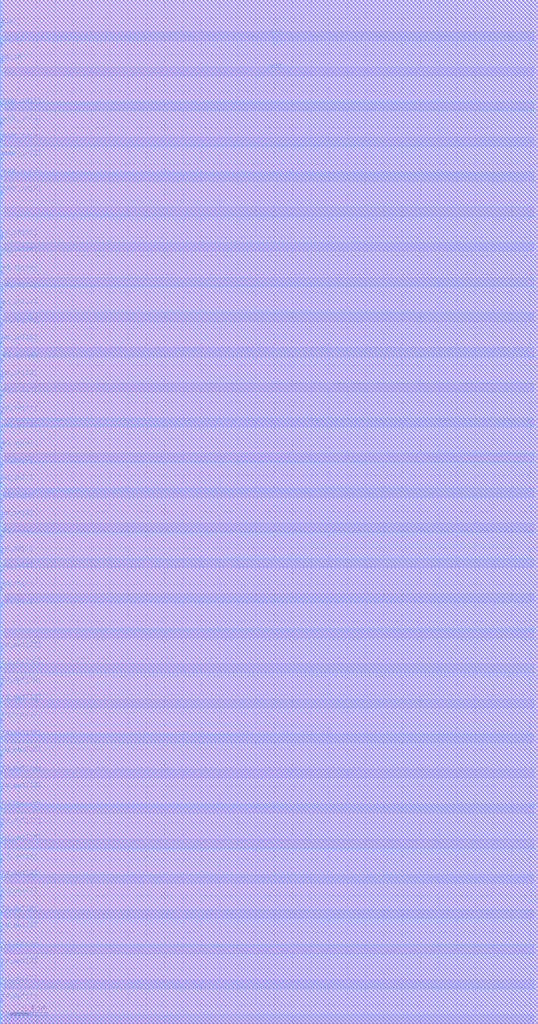
<source format=lef>
# Generated by FakeRAM 2.0
VERSION 5.7 ;
BUSBITCHARS "[]" ;
PROPERTYDEFINITIONS
  MACRO width INTEGER ;
  MACRO depth INTEGER ;
  MACRO banks INTEGER ;
END PROPERTYDEFINITIONS
MACRO fakeram_64x22_upper
  PROPERTY width 22 ;
  PROPERTY depth 64 ;
  PROPERTY banks 2 ;
  FOREIGN fakeram_64x22_upper 0 0 ;
  SYMMETRY X Y R90 ;
  SIZE 5.890 BY 11.200 ;
  CLASS BLOCK ;
  PIN rd_out[0]
    DIRECTION OUTPUT ;
    USE SIGNAL ;
    SHAPE ABUTMENT ;
    PORT
      LAYER M4_m ;
      RECT 0.000 0.048 0.024 0.072 ;
    END
  END rd_out[0]
  PIN rd_out[1]
    DIRECTION OUTPUT ;
    USE SIGNAL ;
    SHAPE ABUTMENT ;
    PORT
      LAYER M4_m ;
      RECT 0.000 0.240 0.024 0.264 ;
    END
  END rd_out[1]
  PIN rd_out[2]
    DIRECTION OUTPUT ;
    USE SIGNAL ;
    SHAPE ABUTMENT ;
    PORT
      LAYER M4_m ;
      RECT 0.000 0.432 0.024 0.456 ;
    END
  END rd_out[2]
  PIN rd_out[3]
    DIRECTION OUTPUT ;
    USE SIGNAL ;
    SHAPE ABUTMENT ;
    PORT
      LAYER M4_m ;
      RECT 0.000 0.624 0.024 0.648 ;
    END
  END rd_out[3]
  PIN rd_out[4]
    DIRECTION OUTPUT ;
    USE SIGNAL ;
    SHAPE ABUTMENT ;
    PORT
      LAYER M4_m ;
      RECT 0.000 0.816 0.024 0.840 ;
    END
  END rd_out[4]
  PIN rd_out[5]
    DIRECTION OUTPUT ;
    USE SIGNAL ;
    SHAPE ABUTMENT ;
    PORT
      LAYER M4_m ;
      RECT 0.000 1.008 0.024 1.032 ;
    END
  END rd_out[5]
  PIN rd_out[6]
    DIRECTION OUTPUT ;
    USE SIGNAL ;
    SHAPE ABUTMENT ;
    PORT
      LAYER M4_m ;
      RECT 0.000 1.200 0.024 1.224 ;
    END
  END rd_out[6]
  PIN rd_out[7]
    DIRECTION OUTPUT ;
    USE SIGNAL ;
    SHAPE ABUTMENT ;
    PORT
      LAYER M4_m ;
      RECT 0.000 1.392 0.024 1.416 ;
    END
  END rd_out[7]
  PIN rd_out[8]
    DIRECTION OUTPUT ;
    USE SIGNAL ;
    SHAPE ABUTMENT ;
    PORT
      LAYER M4_m ;
      RECT 0.000 1.584 0.024 1.608 ;
    END
  END rd_out[8]
  PIN rd_out[9]
    DIRECTION OUTPUT ;
    USE SIGNAL ;
    SHAPE ABUTMENT ;
    PORT
      LAYER M4_m ;
      RECT 0.000 1.776 0.024 1.800 ;
    END
  END rd_out[9]
  PIN rd_out[10]
    DIRECTION OUTPUT ;
    USE SIGNAL ;
    SHAPE ABUTMENT ;
    PORT
      LAYER M4_m ;
      RECT 0.000 1.968 0.024 1.992 ;
    END
  END rd_out[10]
  PIN rd_out[11]
    DIRECTION OUTPUT ;
    USE SIGNAL ;
    SHAPE ABUTMENT ;
    PORT
      LAYER M4_m ;
      RECT 0.000 2.160 0.024 2.184 ;
    END
  END rd_out[11]
  PIN rd_out[12]
    DIRECTION OUTPUT ;
    USE SIGNAL ;
    SHAPE ABUTMENT ;
    PORT
      LAYER M4_m ;
      RECT 0.000 2.352 0.024 2.376 ;
    END
  END rd_out[12]
  PIN rd_out[13]
    DIRECTION OUTPUT ;
    USE SIGNAL ;
    SHAPE ABUTMENT ;
    PORT
      LAYER M4_m ;
      RECT 0.000 2.544 0.024 2.568 ;
    END
  END rd_out[13]
  PIN rd_out[14]
    DIRECTION OUTPUT ;
    USE SIGNAL ;
    SHAPE ABUTMENT ;
    PORT
      LAYER M4_m ;
      RECT 0.000 2.736 0.024 2.760 ;
    END
  END rd_out[14]
  PIN rd_out[15]
    DIRECTION OUTPUT ;
    USE SIGNAL ;
    SHAPE ABUTMENT ;
    PORT
      LAYER M4_m ;
      RECT 0.000 2.928 0.024 2.952 ;
    END
  END rd_out[15]
  PIN rd_out[16]
    DIRECTION OUTPUT ;
    USE SIGNAL ;
    SHAPE ABUTMENT ;
    PORT
      LAYER M4_m ;
      RECT 0.000 3.120 0.024 3.144 ;
    END
  END rd_out[16]
  PIN rd_out[17]
    DIRECTION OUTPUT ;
    USE SIGNAL ;
    SHAPE ABUTMENT ;
    PORT
      LAYER M4_m ;
      RECT 0.000 3.312 0.024 3.336 ;
    END
  END rd_out[17]
  PIN rd_out[18]
    DIRECTION OUTPUT ;
    USE SIGNAL ;
    SHAPE ABUTMENT ;
    PORT
      LAYER M4_m ;
      RECT 0.000 3.504 0.024 3.528 ;
    END
  END rd_out[18]
  PIN rd_out[19]
    DIRECTION OUTPUT ;
    USE SIGNAL ;
    SHAPE ABUTMENT ;
    PORT
      LAYER M4_m ;
      RECT 0.000 3.696 0.024 3.720 ;
    END
  END rd_out[19]
  PIN rd_out[20]
    DIRECTION OUTPUT ;
    USE SIGNAL ;
    SHAPE ABUTMENT ;
    PORT
      LAYER M4_m ;
      RECT 0.000 3.888 0.024 3.912 ;
    END
  END rd_out[20]
  PIN rd_out[21]
    DIRECTION OUTPUT ;
    USE SIGNAL ;
    SHAPE ABUTMENT ;
    PORT
      LAYER M4_m ;
      RECT 0.000 4.080 0.024 4.104 ;
    END
  END rd_out[21]
  PIN wd_in[0]
    DIRECTION INPUT ;
    USE SIGNAL ;
    SHAPE ABUTMENT ;
    PORT
      LAYER M4_m ;
      RECT 0.000 4.560 0.024 4.584 ;
    END
  END wd_in[0]
  PIN wd_in[1]
    DIRECTION INPUT ;
    USE SIGNAL ;
    SHAPE ABUTMENT ;
    PORT
      LAYER M4_m ;
      RECT 0.000 4.752 0.024 4.776 ;
    END
  END wd_in[1]
  PIN wd_in[2]
    DIRECTION INPUT ;
    USE SIGNAL ;
    SHAPE ABUTMENT ;
    PORT
      LAYER M4_m ;
      RECT 0.000 4.944 0.024 4.968 ;
    END
  END wd_in[2]
  PIN wd_in[3]
    DIRECTION INPUT ;
    USE SIGNAL ;
    SHAPE ABUTMENT ;
    PORT
      LAYER M4_m ;
      RECT 0.000 5.136 0.024 5.160 ;
    END
  END wd_in[3]
  PIN wd_in[4]
    DIRECTION INPUT ;
    USE SIGNAL ;
    SHAPE ABUTMENT ;
    PORT
      LAYER M4_m ;
      RECT 0.000 5.328 0.024 5.352 ;
    END
  END wd_in[4]
  PIN wd_in[5]
    DIRECTION INPUT ;
    USE SIGNAL ;
    SHAPE ABUTMENT ;
    PORT
      LAYER M4_m ;
      RECT 0.000 5.520 0.024 5.544 ;
    END
  END wd_in[5]
  PIN wd_in[6]
    DIRECTION INPUT ;
    USE SIGNAL ;
    SHAPE ABUTMENT ;
    PORT
      LAYER M4_m ;
      RECT 0.000 5.712 0.024 5.736 ;
    END
  END wd_in[6]
  PIN wd_in[7]
    DIRECTION INPUT ;
    USE SIGNAL ;
    SHAPE ABUTMENT ;
    PORT
      LAYER M4_m ;
      RECT 0.000 5.904 0.024 5.928 ;
    END
  END wd_in[7]
  PIN wd_in[8]
    DIRECTION INPUT ;
    USE SIGNAL ;
    SHAPE ABUTMENT ;
    PORT
      LAYER M4_m ;
      RECT 0.000 6.096 0.024 6.120 ;
    END
  END wd_in[8]
  PIN wd_in[9]
    DIRECTION INPUT ;
    USE SIGNAL ;
    SHAPE ABUTMENT ;
    PORT
      LAYER M4_m ;
      RECT 0.000 6.288 0.024 6.312 ;
    END
  END wd_in[9]
  PIN wd_in[10]
    DIRECTION INPUT ;
    USE SIGNAL ;
    SHAPE ABUTMENT ;
    PORT
      LAYER M4_m ;
      RECT 0.000 6.480 0.024 6.504 ;
    END
  END wd_in[10]
  PIN wd_in[11]
    DIRECTION INPUT ;
    USE SIGNAL ;
    SHAPE ABUTMENT ;
    PORT
      LAYER M4_m ;
      RECT 0.000 6.672 0.024 6.696 ;
    END
  END wd_in[11]
  PIN wd_in[12]
    DIRECTION INPUT ;
    USE SIGNAL ;
    SHAPE ABUTMENT ;
    PORT
      LAYER M4_m ;
      RECT 0.000 6.864 0.024 6.888 ;
    END
  END wd_in[12]
  PIN wd_in[13]
    DIRECTION INPUT ;
    USE SIGNAL ;
    SHAPE ABUTMENT ;
    PORT
      LAYER M4_m ;
      RECT 0.000 7.056 0.024 7.080 ;
    END
  END wd_in[13]
  PIN wd_in[14]
    DIRECTION INPUT ;
    USE SIGNAL ;
    SHAPE ABUTMENT ;
    PORT
      LAYER M4_m ;
      RECT 0.000 7.248 0.024 7.272 ;
    END
  END wd_in[14]
  PIN wd_in[15]
    DIRECTION INPUT ;
    USE SIGNAL ;
    SHAPE ABUTMENT ;
    PORT
      LAYER M4_m ;
      RECT 0.000 7.440 0.024 7.464 ;
    END
  END wd_in[15]
  PIN wd_in[16]
    DIRECTION INPUT ;
    USE SIGNAL ;
    SHAPE ABUTMENT ;
    PORT
      LAYER M4_m ;
      RECT 0.000 7.632 0.024 7.656 ;
    END
  END wd_in[16]
  PIN wd_in[17]
    DIRECTION INPUT ;
    USE SIGNAL ;
    SHAPE ABUTMENT ;
    PORT
      LAYER M4_m ;
      RECT 0.000 7.824 0.024 7.848 ;
    END
  END wd_in[17]
  PIN wd_in[18]
    DIRECTION INPUT ;
    USE SIGNAL ;
    SHAPE ABUTMENT ;
    PORT
      LAYER M4_m ;
      RECT 0.000 8.016 0.024 8.040 ;
    END
  END wd_in[18]
  PIN wd_in[19]
    DIRECTION INPUT ;
    USE SIGNAL ;
    SHAPE ABUTMENT ;
    PORT
      LAYER M4_m ;
      RECT 0.000 8.208 0.024 8.232 ;
    END
  END wd_in[19]
  PIN wd_in[20]
    DIRECTION INPUT ;
    USE SIGNAL ;
    SHAPE ABUTMENT ;
    PORT
      LAYER M4_m ;
      RECT 0.000 8.400 0.024 8.424 ;
    END
  END wd_in[20]
  PIN wd_in[21]
    DIRECTION INPUT ;
    USE SIGNAL ;
    SHAPE ABUTMENT ;
    PORT
      LAYER M4_m ;
      RECT 0.000 8.592 0.024 8.616 ;
    END
  END wd_in[21]
  PIN addr_in[0]
    DIRECTION INPUT ;
    USE SIGNAL ;
    SHAPE ABUTMENT ;
    PORT
      LAYER M4_m ;
      RECT 0.000 9.072 0.024 9.096 ;
    END
  END addr_in[0]
  PIN addr_in[1]
    DIRECTION INPUT ;
    USE SIGNAL ;
    SHAPE ABUTMENT ;
    PORT
      LAYER M4_m ;
      RECT 0.000 9.264 0.024 9.288 ;
    END
  END addr_in[1]
  PIN addr_in[2]
    DIRECTION INPUT ;
    USE SIGNAL ;
    SHAPE ABUTMENT ;
    PORT
      LAYER M4_m ;
      RECT 0.000 9.456 0.024 9.480 ;
    END
  END addr_in[2]
  PIN addr_in[3]
    DIRECTION INPUT ;
    USE SIGNAL ;
    SHAPE ABUTMENT ;
    PORT
      LAYER M4_m ;
      RECT 0.000 9.648 0.024 9.672 ;
    END
  END addr_in[3]
  PIN addr_in[4]
    DIRECTION INPUT ;
    USE SIGNAL ;
    SHAPE ABUTMENT ;
    PORT
      LAYER M4_m ;
      RECT 0.000 9.840 0.024 9.864 ;
    END
  END addr_in[4]
  PIN addr_in[5]
    DIRECTION INPUT ;
    USE SIGNAL ;
    SHAPE ABUTMENT ;
    PORT
      LAYER M4_m ;
      RECT 0.000 10.032 0.024 10.056 ;
    END
  END addr_in[5]
  PIN we_in
    DIRECTION INPUT ;
    USE SIGNAL ;
    SHAPE ABUTMENT ;
    PORT
      LAYER M4_m ;
      RECT 0.000 10.512 0.024 10.536 ;
    END
  END we_in
  PIN ce_in
    DIRECTION INPUT ;
    USE SIGNAL ;
    SHAPE ABUTMENT ;
    PORT
      LAYER M4_m ;
      RECT 0.000 10.704 0.024 10.728 ;
    END
  END ce_in
  PIN clk
    DIRECTION INPUT ;
    USE SIGNAL ;
    SHAPE ABUTMENT ;
    PORT
      LAYER M4_m ;
      RECT 0.000 10.896 0.024 10.920 ;
    END
  END clk
  PIN VSS
    DIRECTION INOUT ;
    USE GROUND ;
    PORT
      LAYER M4_m ;
      RECT 0.048 0.000 5.842 0.096 ;
      RECT 0.048 0.768 5.842 0.864 ;
      RECT 0.048 1.536 5.842 1.632 ;
      RECT 0.048 2.304 5.842 2.400 ;
      RECT 0.048 3.072 5.842 3.168 ;
      RECT 0.048 3.840 5.842 3.936 ;
      RECT 0.048 4.608 5.842 4.704 ;
      RECT 0.048 5.376 5.842 5.472 ;
      RECT 0.048 6.144 5.842 6.240 ;
      RECT 0.048 6.912 5.842 7.008 ;
      RECT 0.048 7.680 5.842 7.776 ;
      RECT 0.048 8.448 5.842 8.544 ;
      RECT 0.048 9.216 5.842 9.312 ;
      RECT 0.048 9.984 5.842 10.080 ;
      RECT 0.048 10.752 5.842 10.848 ;
    END
  END VSS
  PIN VDD
    DIRECTION INOUT ;
    USE POWER ;
    PORT
      LAYER M4_m ;
      RECT 0.048 0.384 5.842 0.480 ;
      RECT 0.048 1.152 5.842 1.248 ;
      RECT 0.048 1.920 5.842 2.016 ;
      RECT 0.048 2.688 5.842 2.784 ;
      RECT 0.048 3.456 5.842 3.552 ;
      RECT 0.048 4.224 5.842 4.320 ;
      RECT 0.048 4.992 5.842 5.088 ;
      RECT 0.048 5.760 5.842 5.856 ;
      RECT 0.048 6.528 5.842 6.624 ;
      RECT 0.048 7.296 5.842 7.392 ;
      RECT 0.048 8.064 5.842 8.160 ;
      RECT 0.048 8.832 5.842 8.928 ;
      RECT 0.048 9.600 5.842 9.696 ;
      RECT 0.048 10.368 5.842 10.464 ;
    END
  END VDD
  OBS
    LAYER M1_m ;
    RECT 0 0 5.890 11.200 ;
    LAYER M2_m ;
    RECT 0 0 5.890 11.200 ;
    LAYER M3_m ;
    RECT 0 0 5.890 11.200 ;
    LAYER M4_m ;
    RECT 0 0 5.890 11.200 ;
  END
END fakeram_64x22_upper

END LIBRARY

</source>
